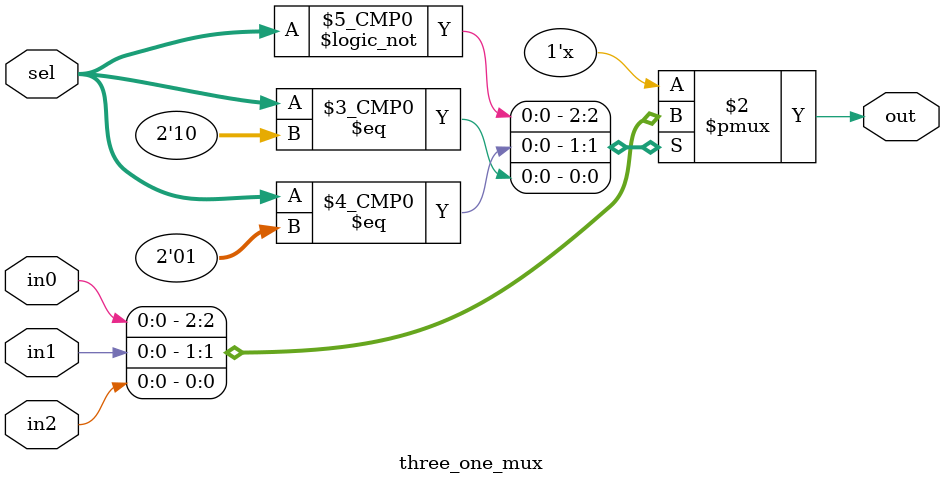
<source format=v>
`timescale 1ns / 1ps
module three_one_mux(sel, in0, in1, in2, out);

/**
 * Module inputs.
 */
input [1:0] sel;
input in0, in1, in2;

/**
 * Module outputs.
 */
output out;

/**
 * More un-understandable wires.
 */
wire [1:0] sel;
wire in0, in1, in2;

reg out;

always @(*) begin
   case (sel)
      2'b00: out <= in0;
      2'b01: out <= in1;
		2'b10: out <= in2;
	endcase
end

endmodule
</source>
